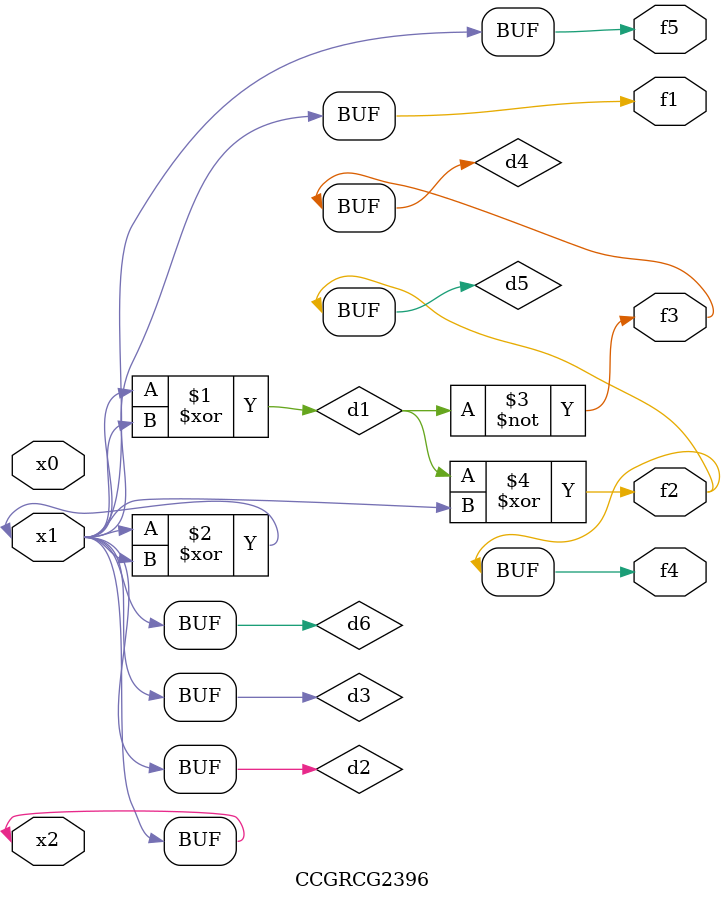
<source format=v>
module CCGRCG2396(
	input x0, x1, x2,
	output f1, f2, f3, f4, f5
);

	wire d1, d2, d3, d4, d5, d6;

	xor (d1, x1, x2);
	buf (d2, x1, x2);
	xor (d3, x1, x2);
	nor (d4, d1);
	xor (d5, d1, d2);
	buf (d6, d2, d3);
	assign f1 = d6;
	assign f2 = d5;
	assign f3 = d4;
	assign f4 = d5;
	assign f5 = d6;
endmodule

</source>
